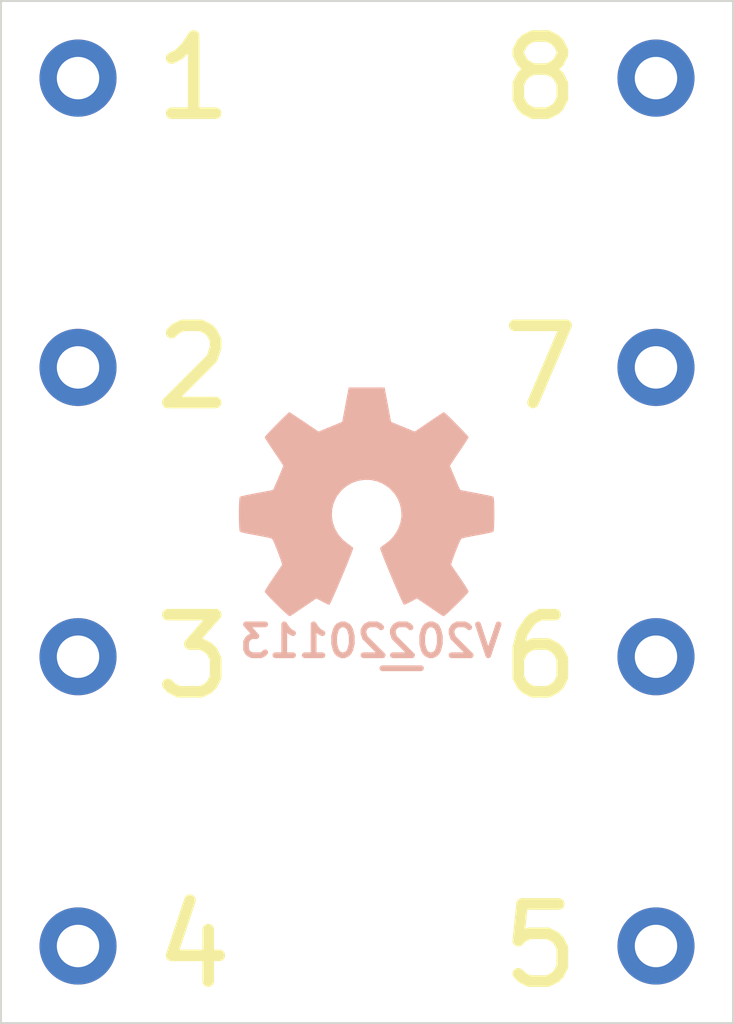
<source format=kicad_pcb>
(kicad_pcb (version 20221018) (generator pcbnew)
  (layers (0 "F.Cu" mixed) (31 "B.Cu" mixed) (34 "B.Paste" user) (35 "F.Paste" user) (36 "B.SilkS" user "B.Silkscreen") (37 "F.SilkS" user "F.Silkscreen") (38 "B.Mask" user) (39 "F.Mask" user) (44 "Edge.Cuts" user))
  (net 0 "")
  (net 1 "Net-(J1-Pin_1)")
  (footprint "mill-max:PC_pin_nail_head_6092" (layer "F.Cu") (at 142.5 62.5)
    (fp_text reference "J1")
    (fp_text value "1" (at 3 0) (layer "F.SilkS") (effects (font (size 2 2) (thickness 0.3))))
    (pad "1" thru_hole circle locked (at 0 0) (size 2 2) (drill 1.1) (layers "*.Cu" "*.Mask") (net 1 "Net-(J1-Pin_1)"))
  )
  (footprint "mill-max:PC_pin_nail_head_6092" (layer "F.Cu") (at 142.5 70)
    (fp_text reference "J2")
    (fp_text value "2" (at 3 0) (layer "F.SilkS") (effects (font (size 2 2) (thickness 0.3))))
    (pad "1" thru_hole circle locked (at 0 0) (size 2 2) (drill 1.1) (layers "*.Cu" "*.Mask") (net 1 "Net-(J1-Pin_1)"))
  )
  (footprint "mill-max:PC_pin_nail_head_6092" (layer "F.Cu") (at 142.5 77.5)
    (fp_text reference "J3")
    (fp_text value "3" (at 3 0) (layer "F.SilkS") (effects (font (size 2 2) (thickness 0.3))))
    (pad "1" thru_hole circle locked (at 0 0) (size 2 2) (drill 1.1) (layers "*.Cu" "*.Mask") (net 1 "Net-(J1-Pin_1)"))
  )
  (footprint "mill-max:PC_pin_nail_head_6092" (layer "F.Cu") (at 157.5 85)
    (fp_text reference "J5")
    (fp_text value "5" (at -3 0) (layer "F.SilkS") (effects (font (size 2 2) (thickness 0.3))))
    (pad "1" thru_hole circle locked (at 0 0) (size 2 2) (drill 1.1) (layers "*.Cu" "*.Mask") (net 1 "Net-(J1-Pin_1)"))
  )
  (footprint "mill-max:PC_pin_nail_head_6092" (layer "F.Cu") (at 157.5 77.5)
    (fp_text reference "J6")
    (fp_text value "6" (at -3 0) (layer "F.SilkS") (effects (font (size 2 2) (thickness 0.3))))
    (pad "1" thru_hole circle locked (at 0 0) (size 2 2) (drill 1.1) (layers "*.Cu" "*.Mask") (net 1 "Net-(J1-Pin_1)"))
  )
  (footprint "mill-max:PC_pin_nail_head_6092" (layer "F.Cu") (at 142.5 85 180)
    (fp_text reference "J4")
    (fp_text value "4" (at -3 0) (layer "F.SilkS") (effects (font (size 2 2) (thickness 0.3))))
    (pad "1" thru_hole circle locked (at 0 0 180) (size 2 2) (drill 1.1) (layers "*.Cu" "*.Mask") (net 1 "Net-(J1-Pin_1)"))
  )
  (footprint "mill-max:PC_pin_nail_head_6092" (layer "F.Cu") (at 157.5 62.5)
    (fp_text reference "J8")
    (fp_text value "8" (at -3 0) (layer "F.SilkS") (effects (font (size 2 2) (thickness 0.3))))
    (pad "1" thru_hole circle locked (at 0 0) (size 2 2) (drill 1.1) (layers "*.Cu" "*.Mask") (net 1 "Net-(J1-Pin_1)"))
  )
  (footprint "mill-max:PC_pin_nail_head_6092" (layer "F.Cu") (at 157.5 70)
    (fp_text reference "J7")
    (fp_text value "7" (at -3 0) (layer "F.SilkS") (effects (font (size 2 2) (thickness 0.3))))
    (pad "1" thru_hole circle locked (at 0 0) (size 2 2) (drill 1.1) (layers "*.Cu" "*.Mask") (net 1 "Net-(J1-Pin_1)"))
  )
  (footprint "Symbol:OSHW-Symbol_6.7x6mm_SilkScreen" (layer "B.Cu") (at 150 73.5 180)
    (fp_text reference "N2" hide)
    (fp_text value "OHWLOGO" hide)
    (fp_poly (pts (xy 0.555814 2.531069) (xy 0.639635 2.086445) (xy 0.94892 1.958947) (xy 1.258206 1.831449) (xy 1.629246 2.083754) (xy 1.733157 2.154004) (xy 1.827087 2.216728) (xy 1.906652 2.269062) (xy 1.96747 2.308143) (xy 2.005157 2.331107) (xy 2.015421 2.336058) (xy 2.03391 2.323324) (xy 2.07342 2.288118) (xy 2.129522 2.234938) (xy 2.197787 2.168282) (xy 2.273786 2.092646) (xy 2.353092 2.012528) (xy 2.431275 1.932426) (xy 2.503907 1.856836) (xy 2.566559 1.790255) (xy 2.614803 1.737182) (xy 2.64421 1.702113) (xy 2.651241 1.690377) (xy 2.641123 1.66874) (xy 2.612759 1.621338) (xy 2.569129 1.552807) (xy 2.513218 1.467785) (xy 2.448006 1.370907) (xy 2.410219 1.31565) (xy 2.341343 1.214752) (xy 2.28014 1.123701) (xy 2.229578 1.04703) (xy 2.192628 0.989272) (xy 2.172258 0.954957) (xy 2.169197 0.947746) (xy 2.176136 0.927252) (xy 2.195051 0.879487) (xy 2.223087 0.811168) (xy 2.257391 0.729011) (xy 2.295109 0.63973) (xy 2.333387 0.550042) (xy 2.36937 0.466662) (xy 2.400206 0.396306) (xy 2.423039 0.34569) (xy 2.435017 0.321529) (xy 2.435724 0.320578) (xy 2.454531 0.315964) (xy 2.504618 0.305672) (xy 2.580793 0.290713) (xy 2.677865 0.272099) (xy 2.790643 0.250841) (xy 2.856442 0.238582) (xy 2.97695 0.215638) (xy 3.085797 0.193805) (xy 3.177476 0.174278) (xy 3.246481 0.158252) (xy 3.287304 0.146921) (xy 3.295511 0.143326) (xy 3.303548 0.118994) (xy 3.310033 0.064041) (xy 3.31497 -0.015108) (xy 3.318364 -0.112026) (xy 3.320218 -0.220287) (xy 3.320538 -0.333465) (xy 3.319327 -0.445135) (xy 3.31659 -0.548868) (xy 3.312331 -0.638241) (xy 3.306555 -0.706826) (xy 3.299267 -0.748197) (xy 3.294895 -0.75681) (xy 3.268764 -0.767133) (xy 3.213393 -0.781892) (xy 3.136107 -0.799352) (xy 3.04423 -0.81778) (xy 3.012158 -0.823741) (xy 2.857524 -0.852066) (xy 2.735375 -0.874876) (xy 2.641673 -0.89308) (xy 2.572384 -0.907583) (xy 2.523471 -0.919292) (xy 2.490897 -0.929115) (xy 2.470628 -0.937956) (xy 2.458626 -0.946724) (xy 2.456947 -0.948457) (xy 2.440184 -0.976371) (xy 2.414614 -1.030695) (xy 2.382788 -1.104777) (xy 2.34726 -1.191965) (xy 2.310583 -1.285608) (xy 2.275311 -1.379052) (xy 2.243996 -1.465647) (xy 2.219193 -1.53874) (xy 2.203454 -1.591678) (xy 2.199332 -1.617811) (xy 2.199676 -1.618726) (xy 2.213641 -1.640086) (xy 2.245322 -1.687084) (xy 2.291391 -1.754827) (xy 2.348518 -1.838423) (xy 2.413373 -1.932982) (xy 2.431843 -1.959854) (xy 2.497699 -2.057275) (xy 2.55565 -2.146163) (xy 2.602538 -2.221412) (xy 2.635207 -2.27792) (xy 2.6505 -2.310581) (xy 2.651241 -2.314593) (xy 2.638392 -2.335684) (xy 2.602888 -2.377464) (xy 2.549293 -2.435445) (xy 2.482171 -2.505135) (xy 2.406087 -2.582045) (xy 2.325604 -2.661683) (xy 2.245287 -2.739561) (xy 2.169699 -2.811186) (xy 2.103405 -2.87207) (xy 2.050969 -2.917721) (xy 2.016955 -2.94365) (xy 2.007545 -2.947883) (xy 1.985643 -2.937912) (xy 1.9408 -2.91102) (xy 1.880321 -2.871736) (xy 1.833789 -2.840117) (xy 1.749475 -2.782098) (xy 1.649626 -2.713784) (xy 1.549473 -2.645579) (xy 1.495627 -2.609075) (xy 1.313371 -2.4858) (xy 1.160381 -2.56852) (xy 1.090682 -2.604759) (xy 1.031414 -2.632926) (xy 0.991311 -2.648991) (xy 0.981103 -2.651226) (xy 0.968829 -2.634722) (xy 0.944613 -2.588082) (xy 0.910263 -2.515609) (xy 0.867588 -2.421606) (xy 0.818394 -2.310374) (xy 0.76449 -2.186215) (xy 0.707684 -2.053432) (xy 0.649782 -1.916327) (xy 0.592593 -1.779202) (xy 0.537924 -1.646358) (xy 0.487584 -1.522098) (xy 0.44338 -1.410725) (xy 0.407119 -1.316539) (xy 0.380609 -1.243844) (xy 0.365658 -1.196941) (xy 0.363254 -1.180833) (xy 0.382311 -1.160286) (xy 0.424036 -1.126933) (xy 0.479706 -1.087702) (xy 0.484378 -1.084599) (xy 0.628264 -0.969423) (xy 0.744283 -0.835053) (xy 0.83143 -0.685784) (xy 0.888699 -0.525913) (xy 0.915086 -0.359737) (xy 0.909585 -0.191552) (xy 0.87119 -0.025655) (xy 0.798895 0.133658) (xy 0.777626 0.168513) (xy 0.666996 0.309263) (xy 0.536302 0.422286) (xy 0.390064 0.506997) (xy 0.232808 0.562806) (xy 0.069057 0.589126) (xy -0.096667 0.58537) (xy -0.259838 0.55095) (xy -0.415935 0.485277) (xy -0.560433 0.387765) (xy -0.605131 0.348187) (xy -0.718888 0.224297) (xy -0.801782 0.093876) (xy -0.858644 -0.052315) (xy -0.890313 -0.197088) (xy -0.898131 -0.35986) (xy -0.872062 -0.52344) (xy -0.814755 -0.682298) (xy -0.728856 -0.830906) (xy -0.617014 -0.963735) (xy -0.481877 -1.075256) (xy -0.464117 -1.087011) (xy -0.40785 -1.125508) (xy -0.365077 -1.158863) (xy -0.344628 -1.18016) (xy -0.344331 -1.180833) (xy -0.348721 -1.203871) (xy -0.366124 -1.256157) (xy -0.394732 -1.33339) (xy -0.432735 -1.431268) (xy -0.478326 -1.545491) (xy -0.529697 -1.671758) (xy -0.585038 -1.805767) (xy -0.642542 -1.943218) (xy -0.700399 -2.079808) (xy -0.756802 -2.211237) (xy -0.809942 -2.333205) (xy -0.85801 -2.441409) (xy -0.899199 -2.531549) (xy -0.931699 -2.599323) (xy -0.953703 -2.64043) (xy -0.962564 -2.651226) (xy -0.98964 -2.642819) (xy -1.040303 -2.620272) (xy -1.105817 -2.587613) (xy -1.141841 -2.56852) (xy -1.294832 -2.4858) (xy -1.477088 -2.609075) (xy -1.570125 -2.672228) (xy -1.671985 -2.741727) (xy -1.767438 -2.807165) (xy -1.81525 -2.840117) (xy -1.882495 -2.885273) (xy -1.939436 -2.921057) (xy -1.978646 -2.942938) (xy -1.991381 -2.947563) (xy -2.009917 -2.935085) (xy -2.050941 -2.900252) (xy -2.110475 -2.846678) (xy -2.184542 -2.777983) (xy -2.269165 -2.697781) (xy -2.322685 -2.646286) (xy -2.416319 -2.554286) (xy -2.497241 -2.471999) (xy -2.562177 -2.402945) (xy -2.607858 -2.350644) (xy -2.631011 -2.318616) (xy -2.633232 -2.312116) (xy -2.622924 -2.287394) (xy -2.594439 -2.237405) (xy -2.550937 -2.167212) (xy -2.495577 -2.081875) (xy -2.43152 -1.986456) (xy -2.413303 -1.959854) (xy -2.346927 -1.863167) (xy -2.287378 -1.776117) (xy -2.237984 -1.703595) (xy -2.202075 -1.650493) (xy -2.182981 -1.621703) (xy -2.181136 -1.618726) (xy -2.183895 -1.595782) (xy -2.198538 -1.545336) (xy -2.222513 -1.474041) (xy -2.253266 -1.388547) (xy -2.288244 -1.295507) (xy -2.324893 -1.201574) (xy -2.360661 -1.113399) (xy -2.392994 -1.037634) (xy -2.419338 -0.980931) (xy -2.437142 -0.949943) (xy -2.438407 -0.948457) (xy -2.449294 -0.939601) (xy -2.467682 -0.930843) (xy -2.497606 -0.921277) (xy -2.543103 -0.909996) (xy -2.608209 -0.896093) (xy -2.696961 -0.878663) (xy -2.813393 -0.856798) (xy -2.961542 -0.829591) (xy -2.993618 -0.823741) (xy -3.088686 -0.805374) (xy -3.171565 -0.787405) (xy -3.23493 -0.771569) (xy -3.271458 -0.7596) (xy -3.276356 -0.75681) (xy -3.284427 -0.732072) (xy -3.290987 -0.67679) (xy -3.296033 -0.597389) (xy -3.299559 -0.500296) (xy -3.301561 -0.391938) (xy -3.302036 -0.27874) (xy -3.300977 -0.167128) (xy -3.298382 -0.063529) (xy -3.294246 0.025632) (xy -3.288563 0.093928) (xy -3.281331 0.134934) (xy -3.276971 0.143326) (xy -3.252698 0.151792) (xy -3.197426 0.165565) (xy -3.116662 0.18345) (xy -3.015912 0.204252) (xy -2.900683 0.226777) (xy -2.837902 0.238582) (xy -2.718787 0.260849) (xy -2.612565 0.281021) (xy -2.524427 0.298085) (xy -2.459566 0.311031) (xy -2.423174 0.318845) (xy -2.417184 0.320578) (xy -2.407061 0.34011) (xy -2.385662 0.387157) (xy -2.355839 0.454997) (xy -2.320445 0.536909) (xy -2.282332 0.626172) (xy -2.244353 0.716065) (xy -2.20936 0.799865) (xy -2.180206 0.870853) (xy -2.159743 0.922306) (xy -2.150823 0.947503) (xy -2.150657 0.948604) (xy -2.160769 0.968481) (xy -2.189117 1.014223) (xy -2.232723 1.081283) (xy -2.288606 1.165116) (xy -2.353787 1.261174) (xy -2.391679 1.31635) (xy -2.460725 1.417519) (xy -2.52205 1.50937) (xy -2.572663 1.587256) (xy -2.609571 1.646531) (xy -2.629782 1.682549) (xy -2.632701 1.690623) (xy -2.620153 1.709416) (xy -2.585463 1.749543) (xy -2.533063 1.806507) (xy -2.467384 1.875815) (xy -2.392856 1.952969) (xy -2.313913 2.033475) (xy -2.234983 2.112837) (xy -2.1605 2.18656) (xy -2.094894 2.250148) (xy -2.042596 2.299106) (xy -2.008039 2.328939) (xy -1.996478 2.336058) (xy -1.977654 2.326047) (xy -1.932631 2.297922) (xy -1.865787 2.254546) (xy -1.781499 2.198782) (xy -1.684144 2.133494) (xy -1.610707 2.083754) (xy -1.239667 1.831449) (xy -0.621095 2.086445) (xy -0.537275 2.531069) (xy -0.453454 2.975693) (xy 0.471994 2.975693) (xy 0.555814 2.531069)) (stroke (width 0.01)) (fill solid) (layer "B.SilkS"))
  )
  (footprint "SquantorLabels:Label_Generic" (layer "B.Cu") (at 150.9 77.2 180)
    (fp_text reference "N1" hide)
    (fp_text value "V20220113" (at 0.8 0.1) (layer "B.SilkS") (effects (font (size 0.8 0.8)) (justify mirror)))
    (fp_line (start -0.5 -0.6) (end 0.5 -0.6) (stroke (width 0.15)) (layer "B.SilkS"))
  )
  (gr_line (start 140.5 87) (end 159.5 87) (stroke (width 0.05)) (layer "Edge.Cuts"))
  (gr_line (start 159.5 60.5) (end 159.5 87) (stroke (width 0.05)) (layer "Edge.Cuts"))
  (gr_line (start 159.5 60.5) (end 140.5 60.5) (stroke (width 0.05)) (layer "Edge.Cuts"))
  (gr_line (start 140.5 87) (end 140.5 60.5) (stroke (width 0.05)) (layer "Edge.Cuts"))
)
</source>
